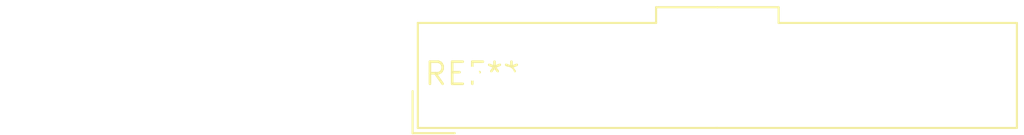
<source format=kicad_pcb>
(kicad_pcb (version 20240108) (generator pcbnew)
  (layers (0 "F.Cu" signal) (31 "B.Cu" signal) (34 "B.Paste" user) (35 "F.Paste" user) (36 "B.SilkS" user "B.Silkscreen") (37 "F.SilkS" user "F.Silkscreen") (38 "B.Mask" user) (39 "F.Mask" user) (44 "Edge.Cuts" user))
  (net 0 "")
  (footprint "Molex_MicroClasp_55932-1530_1x15_P2.00mm_Vertical" (layer "F.Cu") (at 0 0)
    (property "Reference" "REF**")
    (property "Value" "Molex_MicroClasp_55932-1530_1x15_P2.00mm_Vertical")
    (fp_line (start -3.41 1) (end -3.41 3.41) (layer "F.SilkS") (stroke (width 0.12)))
    (fp_line (start -3.41 3.41) (end -1 3.41) (layer "F.SilkS") (stroke (width 0.12)))
    (fp_line (start -3.11 -2.91) (end -3.11 3.11) (layer "F.SilkS") (stroke (width 0.12)))
    (fp_line (start -3.11 3.11) (end 14 3.11) (layer "F.SilkS") (stroke (width 0.12)))
    (fp_line (start 10.5 -3.81) (end 10.5 -2.91) (layer "F.SilkS") (stroke (width 0.12)))
    (fp_line (start 10.5 -2.91) (end -3.11 -2.91) (layer "F.SilkS") (stroke (width 0.12)))
    (fp_line (start 14 -3.81) (end 10.5 -3.81) (layer "F.SilkS") (stroke (width 0.12)))
    (fp_line (start 14 -3.81) (end 17.5 -3.81) (layer "F.SilkS") (stroke (width 0.12)))
    (fp_line (start 17.5 -3.81) (end 17.5 -2.91) (layer "F.SilkS") (stroke (width 0.12)))
    (fp_line (start 17.5 -2.91) (end 31.11 -2.91) (layer "F.SilkS") (stroke (width 0.12)))
    (fp_line (start 31.11 -2.91) (end 31.11 3.11) (layer "F.SilkS") (stroke (width 0.12)))
    (fp_line (start 31.11 3.11) (end 14 3.11) (layer "F.SilkS") (stroke (width 0.12)))
    (pad "1" thru_hole roundrect (at 0 0) (size 1.2 1.8) (drill 0.8) (layers *.Cu *.Mask) (remove_unused_layers) (roundrect_rratio 0.208333))
    (pad "2" thru_hole oval (at 2 0) (size 1.2 1.8) (drill 0.8) (layers *.Cu *.Mask) (remove_unused_layers))
    (pad "3" thru_hole oval (at 4 0) (size 1.2 1.8) (drill 0.8) (layers *.Cu *.Mask) (remove_unused_layers))
    (pad "4" thru_hole oval (at 6 0) (size 1.2 1.8) (drill 0.8) (layers *.Cu *.Mask) (remove_unused_layers))
    (pad "5" thru_hole oval (at 8 0) (size 1.2 1.8) (drill 0.8) (layers *.Cu *.Mask) (remove_unused_layers))
    (pad "6" thru_hole oval (at 10 0) (size 1.2 1.8) (drill 0.8) (layers *.Cu *.Mask) (remove_unused_layers))
    (pad "7" thru_hole oval (at 12 0) (size 1.2 1.8) (drill 0.8) (layers *.Cu *.Mask) (remove_unused_layers))
    (pad "8" thru_hole oval (at 14 0) (size 1.2 1.8) (drill 0.8) (layers *.Cu *.Mask) (remove_unused_layers))
    (pad "9" thru_hole oval (at 16 0) (size 1.2 1.8) (drill 0.8) (layers *.Cu *.Mask) (remove_unused_layers))
    (pad "10" thru_hole oval (at 18 0) (size 1.2 1.8) (drill 0.8) (layers *.Cu *.Mask) (remove_unused_layers))
    (pad "11" thru_hole oval (at 20 0) (size 1.2 1.8) (drill 0.8) (layers *.Cu *.Mask) (remove_unused_layers))
    (pad "12" thru_hole oval (at 22 0) (size 1.2 1.8) (drill 0.8) (layers *.Cu *.Mask) (remove_unused_layers))
    (pad "13" thru_hole oval (at 24 0) (size 1.2 1.8) (drill 0.8) (layers *.Cu *.Mask) (remove_unused_layers))
    (pad "14" thru_hole oval (at 26 0) (size 1.2 1.8) (drill 0.8) (layers *.Cu *.Mask) (remove_unused_layers))
    (pad "15" thru_hole oval (at 28 0) (size 1.2 1.8) (drill 0.8) (layers *.Cu *.Mask) (remove_unused_layers))
  )
)
</source>
